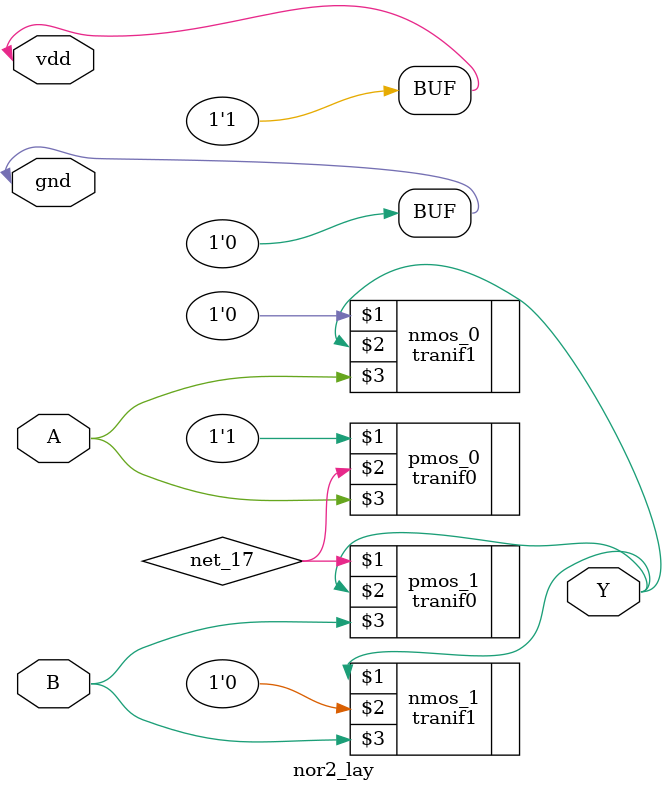
<source format=v>
/* Verilog for cell 'nor2{lay}' from library 'tutorial_RL' */
/* Created on Seg mar 25, 2019 01:04:38 */
/* Last revised on Seg mar 25, 2019 11:12:58 */
/* Written on Seg mar 25, 2019 13:31:53 by Electric VLSI Design System, version 9.07 */

module nor2_lay(A, B, Y, vdd, gnd);
  input A;
  input B;
  output Y;
  input vdd;
  input gnd;

  supply1 vdd;
  supply0 gnd;
  wire net_17, plnode_0_well, plnode_1_well;

  tranif1 nmos_0(gnd, Y, A);
  tranif1 nmos_1(Y, gnd, B);
  tranif0 pmos_0(vdd, net_17, A);
  tranif0 pmos_1(net_17, Y, B);
endmodule   /* nor2 */

</source>
